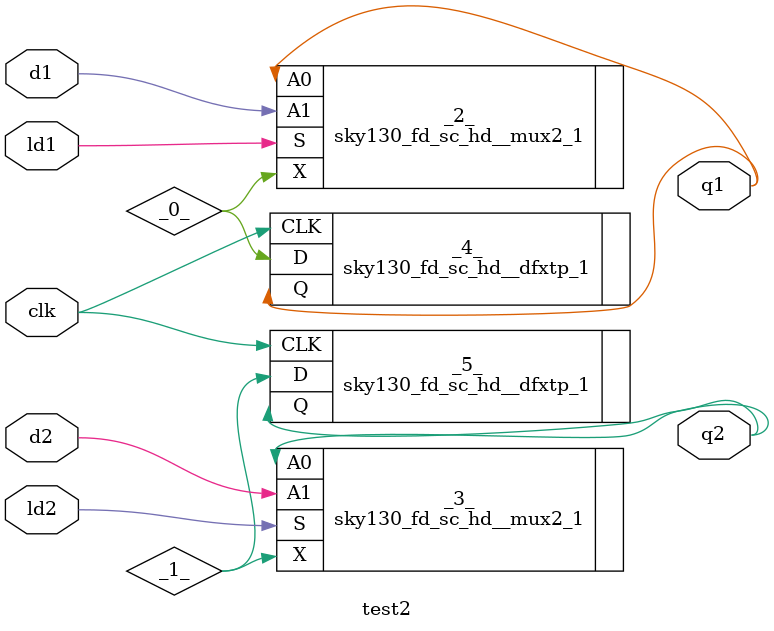
<source format=v>
/* Generated by Yosys 0.11 (git sha1 UNKNOWN, clang 13.0.0 -fPIC -Os) */

module test2(d1, d2, clk, ld1, ld2, q1, q2);
  wire _0_;
  wire _1_;
  input clk;
  input d1;
  input d2;
  input ld1;
  input ld2;
  output q1;
  output q2;
  sky130_fd_sc_hd__mux2_1 _2_ (
    .A0(q1),
    .A1(d1),
    .S(ld1),
    .X(_0_)
  );
  sky130_fd_sc_hd__mux2_1 _3_ (
    .A0(q2),
    .A1(d2),
    .S(ld2),
    .X(_1_)
  );
  sky130_fd_sc_hd__dfxtp_1 _4_ (
    .CLK(clk),
    .D(_0_),
    .Q(q1)
  );
  sky130_fd_sc_hd__dfxtp_1 _5_ (
    .CLK(clk),
    .D(_1_),
    .Q(q2)
  );
endmodule

</source>
